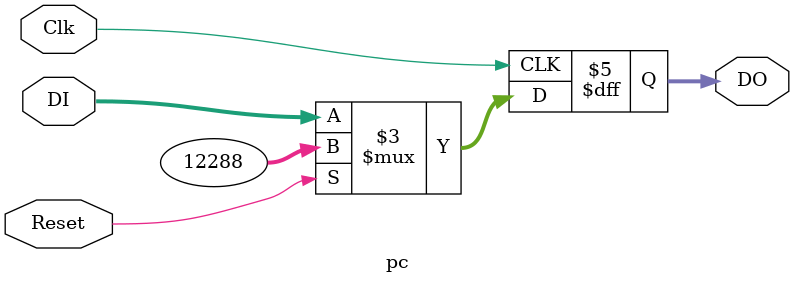
<source format=v>
`timescale 1ns / 1ps
module pc(
	input Clk,
	input Reset,
	input [31:0] DI,
	output reg [31:0] DO
   );
	
	always @(posedge Clk)
	begin
		if (Reset)
			DO <= 32'h0000_3000;	// ¸´Î»µ½0x0000_3000
		else
			DO <= DI;
	end

endmodule

</source>
